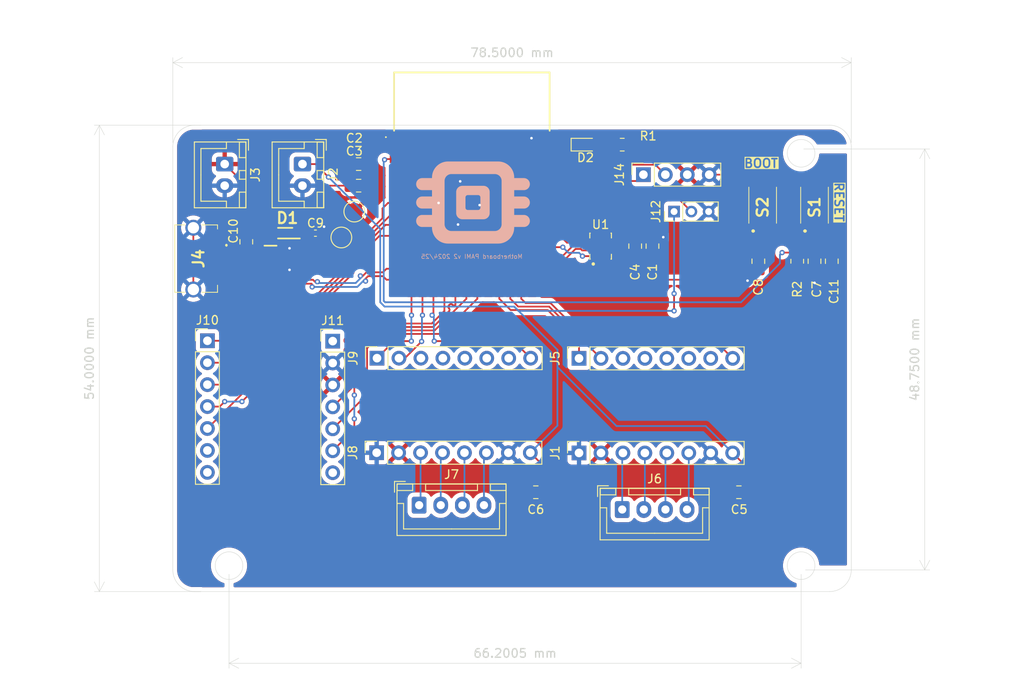
<source format=kicad_pcb>
(kicad_pcb (version 20241229) (generator "pcbnew") (generator_version "9.0")
  (layers (0 "F.Cu" signal) (2 "B.Cu" signal) (13 "F.Paste" user) (15 "B.Paste" user) (5 "F.SilkS" user "F.Silkscreen") (7 "B.SilkS" user "B.Silkscreen") (1 "F.Mask" user) (3 "B.Mask" user) (25 "Edge.Cuts" user))
  (net 0 "")
  (net 1 "+3.3V")
  (net 2 "GND")
  (net 3 "+5V")
  (net 4 "Enable_BTN")
  (net 5 "Boot_Button")
  (net 6 "5V_USB_micro")
  (net 7 "Net-(D2-A)")
  (net 8 "MOSI_LoRa")
  (net 9 "USB_D-")
  (net 10 "RS-SW_LoRa")
  (net 11 "RX_LiDAR")
  (net 12 "EN_Left")
  (net 13 "USB_D+")
  (net 14 "Data_servo")
  (net 15 "GPIO6")
  (net 16 "GPIO39")
  (net 17 "DIO1_LoRa")
  (net 18 "MOSI_IMU")
  (net 19 "GPIO2")
  (net 20 "DIR_Left")
  (net 21 "CLK_IMU")
  (net 22 "GPIO41")
  (net 23 "GPIO4")
  (net 24 "MISO_LoRa")
  (net 25 "Busy_LoRa")
  (net 26 "GPIO18")
  (net 27 "GPIO1")
  (net 28 "TX_LiDAR")
  (net 29 "GPIO40")
  (net 30 "GPIO5")
  (net 31 "STEP_Right")
  (net 32 "EN_Right")
  (net 33 "MISO_IMU")
  (net 34 "GPIO14")
  (net 35 "RST_LoRa")
  (net 36 "STEP_Left")
  (net 37 "DIR_Right")
  (net 38 "CLK_LoRa")
  (net 39 "GPIO45")
  (net 40 "GPIO8")
  (net 41 "SS_IMU")
  (net 42 "SS_LoRa")
  (net 45 "Net-(J1-Pin_6)")
  (net 46 "Net-(J1-Pin_5)")
  (net 47 "Net-(J1-Pin_3)")
  (net 48 "Net-(J1-Pin_4)")
  (net 55 "Net-(J7-Pin_2)")
  (net 56 "Net-(J7-Pin_4)")
  (net 57 "Net-(J7-Pin_3)")
  (net 58 "Net-(J7-Pin_1)")
  (footprint "Connector_JST:JST_XH_B4B-XH-A_1x04_P2.50mm_Vertical" (layer "F.Cu") (at 157.5 112)
    (property "Reference" "J7")
    (property "Value" "Conn_01x04_Pin")
  )
  (footprint "Capacitor_SMD:C_0805_2012Metric_Pad1.18x1.45mm_HandSolder" (layer "F.Cu") (at 196.75 83.75 90)
    (property "Reference" "C8")
    (property "Value" "0.1u")
  )
  (footprint "Capacitor_SMD:C_0805_2012Metric_Pad1.18x1.45mm_HandSolder" (layer "F.Cu") (at 171 110.5)
    (property "Reference" "C6")
    (property "Value" "100uF")
  )
  (footprint "Capacitor_SMD:C_0805_2012Metric_Pad1.18x1.45mm_HandSolder" (layer "F.Cu") (at 137.5 81.5 -90)
    (property "Reference" "C10")
    (property "Value" "2.2u")
  )
  (footprint "Capacitor_SMD:C_0805_2012Metric_Pad1.18x1.45mm_HandSolder" (layer "F.Cu") (at 150.5 72.5)
    (property "Reference" "C2")
    (property "Value" "0.1uF")
  )
  (footprint "Connector_PinSocket_2.54mm:PinSocket_1x08_P2.54mm_Vertical" (layer "F.Cu") (at 152.625 94.975 90)
    (property "Reference" "J9")
    (property "Value" "Conn_01x08_Socket")
  )
  (footprint "Connector_PinSocket_2.54mm:PinSocket_1x04_P2.54mm_Vertical" (layer "F.Cu") (at 183.45 73.725 90)
    (property "Reference" "J14")
    (property "Value" "LiDAR Connector")
  )
  (footprint "Capacitor_SMD:C_0805_2012Metric_Pad1.18x1.45mm_HandSolder" (layer "F.Cu") (at 205.25 83.75 90)
    (property "Reference" "C11")
    (property "Value" "1uF")
  )
  (footprint "Connector_PinSocket_2.54mm:PinSocket_1x08_P2.54mm_Vertical" (layer "F.Cu") (at 152.585 105.925 90)
    (property "Reference" "J8")
    (property "Value" "Conn_01x08_Socket")
  )
  (footprint "Connector_PinSocket_2.54mm:PinSocket_1x08_P2.54mm_Vertical" (layer "F.Cu") (at 176 105.95 90)
    (property "Reference" "J1")
    (property "Value" "Conn_01x08_Socket")
  )
  (footprint "Connector_PinHeader_2.00mm:PinHeader_1x03_P2.00mm_Vertical" (layer "F.Cu") (at 187 78 90)
    (property "Reference" "J12")
    (property "Value" "Conn_Servos")
  )
  (footprint "Connector_PinSocket_2.54mm:PinSocket_1x08_P2.54mm_Vertical" (layer "F.Cu") (at 176 95 90)
    (property "Reference" "J5")
    (property "Value" "Conn_01x08_Socket")
  )
  (footprint "Resistor_SMD:R_0805_2012Metric_Pad1.20x1.40mm_HandSolder" (layer "F.Cu") (at 201.25 83.75 -90)
    (property "Reference" "R2")
    (property "Value" "10k")
  )
  (footprint "Connector_JST:JST_XH_B2B-XH-A_1x02_P2.50mm_Vertical" (layer "F.Cu") (at 144 72.5 -90)
    (property "Reference" "J2")
    (property "Value" "Connector 5V")
  )
  (footprint "TestPoint:TestPoint_Pad_D2.0mm" (layer "F.Cu") (at 148.5 81)
    (property "Reference" "TP_5V_USB1" (hide yes))
    (property "Value" "TestPoint")
  )
  (footprint "KiCad:ESP32S3WROOM1N16R8" (layer "F.Cu") (at 163.6 74.64)
    (property "Reference" "IC1" (hide yes))
    (property "Value" "ESP32-S3-WROOM-1-N16R8" (hide yes))
  )
  (footprint "Capacitor_SMD:C_0805_2012Metric_Pad1.18x1.45mm_HandSolder" (layer "F.Cu") (at 203.25 83.75 90)
    (property "Reference" "C7")
    (property "Value" "0.1u")
  )
  (footprint "Capacitor_SMD:C_0805_2012Metric_Pad1.18x1.45mm_HandSolder" (layer "F.Cu") (at 150.5 75)
    (property "Reference" "C3")
    (property "Value" "10uF")
  )
  (footprint "Connector_PinHeader_2.54mm:PinHeader_1x07_P2.54mm_Vertical" (layer "F.Cu") (at 147.5 93)
    (property "Reference" "J11")
    (property "Value" "Conn_01x07_Socket")
  )
  (footprint "Connector_PinHeader_2.54mm:PinHeader_1x07_P2.54mm_Vertical" (layer "F.Cu") (at 133 92.96)
    (property "Reference" "J10")
    (property "Value" "Conn_01x07_Socket")
  )
  (footprint "Capacitor_SMD:C_0805_2012Metric_Pad1.18x1.45mm_HandSolder" (layer "F.Cu") (at 184.5 82 -90)
    (property "Reference" "C1")
    (property "Value" "0.1uF")
  )
  (footprint "BAT20JFILM:SOD2512X113N" (layer "F.Cu") (at 142 80.5 180)
    (property "Reference" "D1")
    (property "Value" "shottky_byass_4" (hide yes))
  )
  (footprint "Capacitor_SMD:C_0805_2012Metric_Pad1.18x1.45mm_HandSolder" (layer "F.Cu") (at 182.5 82 -90)
    (property "Reference" "C4")
    (property "Value" "0.1uF")
  )
  (footprint "Push_Button:PTS810SJG250SMTRLFS" (layer "F.Cu") (at 203.25 77.25 90)
    (property "Reference" "S1")
    (property "Value" "Enable Button" (hide yes))
  )
  (footprint "Capacitor_SMD:C_0402_1005Metric_Pad0.74x0.62mm_HandSolder" (layer "F.Cu") (at 145.5 80.5)
    (property "Reference" "C9")
    (property "Value" "1u")
  )
  (footprint "Capacitor_SMD:C_0805_2012Metric_Pad1.18x1.45mm_HandSolder" (layer "F.Cu") (at 194.5 110.5)
    (property "Reference" "C5")
    (property "Value" "100uF")
  )
  (footprint "ICM-45686:IC_ICM-45686" (layer "F.Cu") (at 178.5 82 90)
    (property "Reference" "U1")
    (property "Value" "ICM-45686")
  )
  (footprint "Connector_JST:JST_XH_B2B-XH-A_1x02_P2.50mm_Vertical" (layer "F.Cu") (at 135 72.5 -90)
    (property "Reference" "J3")
    (property "Value" "Connector 3.3V")
  )
  (footprint "USB3075-30-A:USB307530A" (layer "F.Cu") (at 131.3725 83.4475 -90)
    (property "Reference" "J4")
    (property "Value" "Micro_USB_pads_USB3075-30-A" (hide yes))
  )
  (footprint "Connector_JST:JST_XH_B4B-XH-A_1x04_P2.50mm_Vertical" (layer "F.Cu") (at 181 112.5)
    (property "Reference" "J6")
    (property "Value" "Conn_01x04_Pin")
  )
  (footprint "TLV76701DGNR:SOP65P490X110-9N" (layer "F.Cu") (at 142.5 83.5)
    (property "Reference" "IC2" (hide yes))
    (property "Value" "LDO_3.3V_bis" (hide yes))
  )
  (footprint "Resistor_SMD:R_0805_2012Metric_Pad1.20x1.40mm_HandSolder" (layer "F.Cu") (at 181 70.25 180)
    (property "Reference" "R1")
    (property "Value" "15")
  )
  (footprint "LED_SMD:LED_0603_1608Metric_Pad1.05x0.95mm_HandSolder" (layer "F.Cu") (at 176.75 70.25)
    (property "Reference" "D2")
    (property "Value" "LED_Small")
  )
  (footprint "TestPoint:TestPoint_Pad_D2.0mm" (layer "F.Cu") (at 150 78)
    (property "Reference" "TP_3.3V1" (hide yes))
    (property "Value" "TestPoint")
  )
  (footprint "Push_Button:PTS810SJG250SMTRLFS" (layer "F.Cu") (at 197.25 77.25 90)
    (property "Reference" "S2")
    (property "Value" "Boot Button" (hide yes))
  )
  (gr_poly (pts (xy 166.747531 72.202711) (xy 166.84136 72.209841) (xy 166.933825 72.221583) (xy 167.024809 72.23782) (xy 167.114196 72.258436) (xy 167.20187 72.283316) (xy 167.287716 72.312343) (xy 167.371617 72.345401) (xy 167.453456 72.382375) (xy 167.533119 72.423148) (xy 167.610489 72.467604) (xy 167.685449 72.515627) (xy 167.757885 72.567102) (xy 167.827679 72.621911) (xy 167.894716 72.67994) (xy 167.958879 72.741072) (xy 168.020053 72.80519) (xy 168.078121 72.87218) (xy 168.132968 72.941925) (xy 168.184477 73.014309) (xy 168.232532 73.089215) (xy 168.277018 73.166528) (xy 168.317817 73.246133) (xy 168.354815 73.327912) (xy 168.387895 73.411749) (xy 168.416941 73.49753) (xy 168.441836 73.585137) (xy 168.462465 73.674455) (xy 168.478713 73.765367) (xy 168.490461 73.857758) (xy 168.497596 73.951512) (xy 168.5 74.046512) (xy 168.5 74.12179) (xy 169.616343 74.12179) (xy 169.652281 74.122698) (xy 169.687747 74.125393) (xy 169.722697 74.129831) (xy 169.757087 74.135969) (xy 169.790873 74.143762) (xy 169.824013 74.153166) (xy 169.85646 74.164139) (xy 169.888173 74.176635) (xy 169.919107 74.190611) (xy 169.949217 74.206024) (xy 169.978461 74.222829) (xy 170.006794 74.240982) (xy 170.034173 74.26044) (xy 170.060554 74.281159) (xy 170.085892 74.303094) (xy 170.110144 74.326203) (xy 170.133266 74.350441) (xy 170.155214 74.375764) (xy 170.175945 74.402129) (xy 170.195414 74.429492) (xy 170.213577 74.457808) (xy 170.230391 74.487035) (xy 170.245813 74.517127) (xy 170.259797 74.548042) (xy 170.2723 74.579736) (xy 170.283278 74.612163) (xy 170.292688 74.645282) (xy 170.300485 74.679047) (xy 170.306626 74.713416) (xy 170.311067 74.748344) (xy 170.313763 74.783787) (xy 170.314672 74.819701) (xy 170.313763 74.855616) (xy 170.311067 74.891059) (xy 170.306626 74.925986) (xy 170.300485 74.960355) (xy 170.292688 74.99412) (xy 170.283278 75.027239) (xy 170.2723 75.059667) (xy 170.259797 75.09136) (xy 170.245813 75.122275) (xy 170.230391 75.152367) (xy 170.213577 75.181594) (xy 170.195414 75.20991) (xy 170.175945 75.237273) (xy 170.155214 75.263638) (xy 170.133266 75.288961) (xy 170.110144 75.313199) (xy 170.085892 75.336308) (xy 170.060554 75.358244) (xy 170.034173 75.378962) (xy 170.006794 75.39842) (xy 169.978461 75.416574) (xy 169.949217 75.433378) (xy 169.919107 75.448791) (xy 169.888173 75.462767) (xy 169.85646 75.475263) (xy 169.824013 75.486236) (xy 169.790873 75.49564) (xy 169.757087 75.503433) (xy 169.722697 75.509571) (xy 169.687747 75.514009) (xy 169.652281 75.516704) (xy 169.616343 75.517612) (xy 168.5 75.517612) (xy 168.5 76.25489) (xy 169.616343 76.25489) (xy 169.652281 76.255798) (xy 169.687747 76.258493) (xy 169.722697 76.262931) (xy 169.757087 76.269069) (xy 169.790873 76.276862) (xy 169.824013 76.286266) (xy 169.85646 76.297239) (xy 169.888173 76.309735) (xy 169.919107 76.323711) (xy 169.949217 76.339124) (xy 169.978461 76.355928) (xy 170.006794 76.374082) (xy 170.034173 76.39354) (xy 170.060554 76.414258) (xy 170.085892 76.436194) (xy 170.110144 76.459303) (xy 170.133266 76.483541) (xy 170.155214 76.508864) (xy 170.175945 76.535229) (xy 170.195414 76.562592) (xy 170.213577 76.590908) (xy 170.230391 76.620135) (xy 170.245813 76.650227) (xy 170.259797 76.681142) (xy 170.2723 76.712835) (xy 170.283278 76.745263) (xy 170.292688 76.778382) (xy 170.300485 76.812147) (xy 170.306626 76.846516) (xy 170.311067 76.881444) (xy 170.313763 76.916887) (xy 170.314672 76.952801) (xy 170.313763 76.988716) (xy 170.311067 77.024159) (xy 170.306626 77.059086) (xy 170.300485 77.093455) (xy 170.292688 77.12722) (xy 170.283278 77.160339) (xy 170.2723 77.192767) (xy 170.259797 77.22446) (xy 170.245813 77.255375) (xy 170.230391 77.285467) (xy 170.213577 77.314694) (xy 170.195414 77.34301) (xy 170.175945 77.370373) (xy 170.155214 77.396737) (xy 170.133266 77.422061) (xy 170.110144 77.446299) (xy 170.085892 77.469408) (xy 170.060554 77.491343) (xy 170.034173 77.512062) (xy 170.006794 77.53152) (xy 169.978461 77.549673) (xy 169.949217 77.566478) (xy 169.919107 77.58189) (xy 169.888173 77.595867) (xy 169.85646 77.608363) (xy 169.824013 77.619335) (xy 169.790873 77.62874) (xy 169.757087 77.636533) (xy 169.722697 77.64267) (xy 169.687747 77.647109) (xy 169.652281 77.649804) (xy 169.616343 77.650712) (xy 169.616343 77.65086) (xy 168.5 77.65086) (xy 168.5 78.388138) (xy 169.616343 78.388138) (xy 169.652281 78.389046) (xy 169.687747 78.391741) (xy 169.722697 78.396179) (xy 169.757087 78.402317) (xy 169.790873 78.41011) (xy 169.824013 78.419514) (xy 169.85646 78.430487) (xy 169.888173 78.442983) (xy 169.919107 78.456959) (xy 169.949217 78.472372) (xy 169.978461 78.489176) (xy 170.006794 78.50733) (xy 170.034173 78.526788) (xy 170.060554 78.547506) (xy 170.085892 78.569442) (xy 170.110144 78.592551) (xy 170.133266 78.616789) (xy 170.155214 78.642112) (xy 170.175945 78.668477) (xy 170.195414 78.69584) (xy 170.213577 78.724156) (xy 170.230391 78.753383) (xy 170.245813 78.783475) (xy 170.259797 78.81439) (xy 170.2723 78.846083) (xy 170.283278 78.878511) (xy 170.292688 78.91163) (xy 170.300485 78.945395) (xy 170.306626 78.979764) (xy 170.311067 79.014691) (xy 170.313763 79.050134) (xy 170.314672 79.086049) (xy 170.313763 79.121963) (xy 170.311067 79.157406) (xy 170.306626 79.192334) (xy 170.300485 79.226703) (xy 170.292688 79.260468) (xy 170.283278 79.293587) (xy 170.2723 79.326015) (xy 170.259797 79.357708) (xy 170.245813 79.388623) (xy 170.230391 79.418715) (xy 170.213577 79.447942) (xy 170.195414 79.476258) (xy 170.175945 79.503621) (xy 170.155214 79.529986) (xy 170.133266 79.555309) (xy 170.110144 79.579547) (xy 170.085892 79.602656) (xy 170.060554 79.624591) (xy 170.034173 79.64531) (xy 170.006794 79.664768) (xy 169.978461 79.682921) (xy 169.949217 79.699726) (xy 169.919107 79.715139) (xy 169.888173 79.729115) (xy 169.85646 79.741611) (xy 169.824013 79.752584) (xy 169.790873 79.761988) (xy 169.757087 79.769781) (xy 169.722697 79.775919) (xy 169.687747 79.780357) (xy 169.652281 79.783052) (xy 169.616343 79.78396) (xy 168.5 79.78396) (xy 168.5 79.859238) (xy 168.497596 79.954251) (xy 168.490461 80.048016) (xy 168.478713 80.140418) (xy 168.462465 80.231341) (xy 168.441836 80.320668) (xy 168.416941 80.408284) (xy 168.387895 80.494073) (xy 168.354815 80.577918) (xy 168.317817 80.659704) (xy 168.277018 80.739314) (xy 168.232532 80.816633) (xy 168.184477 80.891544) (xy 168.132968 80.963932) (xy 168.078121 81.033681) (xy 168.020053 81.100674) (xy 167.958879 81.164796) (xy 167.894716 81.22593) (xy 167.827679 81.283961) (xy 167.757885 81.338772) (xy 167.685449 81.390248) (xy 167.610489 81.438273) (xy 167.533119 81.48273) (xy 167.453456 81.523503) (xy 167.371617 81.560478) (xy 167.287716 81.593536) (xy 167.20187 81.622564) (xy 167.114196 81.647443) (xy 167.024809 81.66806) (xy 166.933825 81.684296) (xy 166.84136 81.696038) (xy 166.747531 81.703168) (xy 166.652454 81.70557) (xy 160.836237 81.70557) (xy 160.74116 81.703168) (xy 160.647332 81.696038) (xy 160.554867 81.684296) (xy 160.463883 81.66806) (xy 160.374495 81.647443) (xy 160.28682 81.622564) (xy 160.200973 81.593536) (xy 160.117071 81.560478) (xy 160.03523 81.523503) (xy 159.955565 81.48273) (xy 159.878194 81.438273) (xy 159.803231 81.390248) (xy 159.730793 81.338772) (xy 159.660997 81.283961) (xy 159.593958 81.22593) (xy 159.529792 81.164796) (xy 159.468616 81.100674) (xy 159.410545 81.033681) (xy 159.355696 80.963932) (xy 159.304185 80.891544) (xy 159.256127 80.816633) (xy 159.211639 80.739314) (xy 159.170838 80.659704) (xy 159.133838 80.577918) (xy 159.100756 80.494073) (xy 159.071709 80.408284) (xy 159.046812 80.320668) (xy 159.026181 80.231341) (xy 159.009933 80.140418) (xy 158.998184 80.048016) (xy 158.991049 79.954251) (xy 158.988645 79.859238) (xy 158.988645 79.78396) (xy 157.852092 79.78396) (xy 157.816153 79.783052) (xy 157.780686 79.780357) (xy 157.745735 79.775919) (xy 157.711344 79.769781) (xy 157.677555 79.761988) (xy 157.644414 79.752584) (xy 157.611965 79.741611) (xy 157.58025 79.729115) (xy 157.549315 79.715139) (xy 157.519202 79.699726) (xy 157.489956 79.682921) (xy 157.46162 79.664768) (xy 157.434239 79.64531) (xy 157.407856 79.624591) (xy 157.382516 79.602656) (xy 157.358262 79.579547) (xy 157.335137 79.555309) (xy 157.313187 79.529986) (xy 157.292454 79.503621) (xy 157.272983 79.476258) (xy 157.254818 79.447942) (xy 157.238001 79.418715) (xy 157.222579 79.388623) (xy 157.208593 79.357708) (xy 157.196088 79.326015) (xy 157.185109 79.293587) (xy 157.175698 79.260468) (xy 157.167899 79.226703) (xy 157.161758 79.192334) (xy 157.157316 79.157406) (xy 157.154619 79.121963) (xy 157.153711 79.086049) (xy 157.154619 79.050134) (xy 157.157316 79.014691) (xy 157.161758 78.979764) (xy 157.167899 78.945395) (xy 157.175698 78.91163) (xy 157.185109 78.878511) (xy 157.196088 78.846083) (xy 157.208593 78.81439) (xy 157.222579 78.783475) (xy 157.238001 78.753383) (xy 157.254818 78.724156) (xy 157.272983 78.69584) (xy 157.292454 78.668477) (xy 157.313187 78.642112) (xy 157.335137 78.616789) (xy 157.358262 78.592551) (xy 157.382516 78.569442) (xy 157.407856 78.547506) (xy 157.434239 78.526788) (xy 157.46162 78.50733) (xy 157.489956 78.489176) (xy 157.519202 78.472372) (xy 157.549315 78.456959) (xy 157.58025 78.442983) (xy 157.611965 78.430487) (xy 157.644414 78.419514) (xy 157.677555 78.41011) (xy 157.711344 78.402317) (xy 157.745735 78.396179) (xy 157.780686 78.391741) (xy 157.816153 78.389046) (xy 157.852092 78.388138) (xy 158.988645 78.388138) (xy 158.988645 77.65086) (xy 157.852092 77.65086) (xy 157.816153 77.649952) (xy 157.780686 77.647257) (xy 157.745735 77.642819) (xy 157.711344 77.636681) (xy 157.677555 77.628888) (xy 157.644414 77.619484) (xy 157.611965 77.608511) (xy 157.58025 77.596015) (xy 157.549315 77.582039) (xy 157.519202 77.566626) (xy 157.489956 77.549822) (xy 157.46162 77.531668) (xy 157.434239 77.51221) (xy 157.407856 77.491491) (xy 157.382516 77.469556) (xy 157.358262 77.446447) (xy 157.335137 77.422209) (xy 157.313187 77.396886) (xy 157.292454 77.370521) (xy 157.272983 77.343158) (xy 157.254818 77.314842) (xy 157.238001 77.285615) (xy 157.222579 77.255523) (xy 157.208593 77.224608) (xy 157.196088 77.192915) (xy 157.185109 77.160487) (xy 157.175698 77.127368) (xy 157.167899 77.093603) (xy 157.161758 77.059234) (xy 157.157316 77.024307) (xy 157.154619 76.988864) (xy 157.153711 76.952949) (xy 157.154619 76.917035) (xy 157.157316 76.881592) (xy 157.161758 76.846664) (xy 157.167899 76.812295) (xy 157.175698 76.77853) (xy 157.185109 76.745411) (xy 157.196088 76.712984) (xy 157.208593 76.68129) (xy 157.222579 76.650375) (xy 157.238001 76.620283) (xy 157.254818 76.591056) (xy 157.272983 76.56274) (xy 157.292454 76.535377) (xy 157.313187 76.509012) (xy 157.335137 76.483689) (xy 157.358262 76.459451) (xy 157.382516 76.436342) (xy 157.407856 76.414406) (xy 157.434239 76.393688) (xy 157.46162 76.37423) (xy 157.489956 76.356076) (xy 157.519202 76.339272) (xy 157.549315 76.323859) (xy 157.58025 76.309883) (xy 157.611965 76.297387) (xy 157.644414 76.286414) (xy 157.677555 76.27701) (xy 157.711344 76.269217) (xy 157.745735 76.263079) (xy 157.780686 76.258641) (xy 157.816153 76.255946) (xy 157.852092 76.255038) (xy 158.988645 76.255038) (xy 158.988645 75.51776) (xy 157.852092 75.51776) (xy 157.816153 75.516852) (xy 157.780686 75.514157) (xy 157.745735 75.509719) (xy 157.711344 75.503581) (xy 157.677555 75.495788) (xy 157.644414 75.486384) (xy 157.611965 75.475411) (xy 157.58025 75.462915) (xy 157.549315 75.448939) (xy 157.519202 75.433526) (xy 157.489956 75.416722) (xy 157.46162 75.398568) (xy 157.434239 75.37911) (xy 157.407856 75.358392) (xy 157.382516 75.336456) (xy 157.358262 75.313347) (xy 157.335137 75.289109) (xy 157.313187 75.263786) (xy 157.292454 75.237421) (xy 157.272983 75.210058) (xy 157.254818 75.181742) (xy 157.238001 75.152515) (xy 157.222579 75.122423) (xy 157.208593 75.091508) (xy 157.196088 75.059815) (xy 157.185109 75.027387) (xy 157.175698 74.994268) (xy 157.167899 74.960503) (xy 157.161758 74.926134) (xy 157.157316 74.891207) (xy 157.154619 74.855764) (xy 157.153711 74.819849) (xy 157.154619 74.783935) (xy 157.157316 74.748492) (xy 157.161758 74.713564) (xy 157.167899 74.679196) (xy 157.175698 74.64543) (xy 157.185109 74.612312) (xy 157.196088 74.579884) (xy 157.208593 74.54819) (xy 157.222579 74.517276) (xy 157.238001 74.487183) (xy 157.254818 74.457957) (xy 157.261819 74.447043) (xy 160.445067 74.447043) (xy 160.445067 79.458707) (xy 160.446098 79.499427) (xy 160.449155 79.539612) (xy 160.454191 79.579213) (xy 160.461154 79.61818) (xy 160.469996 79.656463) (xy 160.480666 79.694013) (xy 160.493115 79.730779) (xy 160.507292 79.766713) (xy 160.523149 79.801764) (xy 160.540636 79.835883) (xy 160.559702 79.86902) (xy 160.580298 79.901125) (xy 160.602374 79.932149) (xy 160.625881 79.962042) (xy 160.650768 79.990754) (xy 160.676986 80.018235) (xy 160.704486 80.044436) (xy 160.733217 80.069306) (xy 160.76313 80.092797) (xy 160.794175 80.114859) (xy 160.826302 80.135441) (xy 160.859461 80.154495) (xy 160.893604 80.171969) (xy 160.928679 80.187816) (xy 160.964637 80.201984) (xy 161.001429 80.214425) (xy 161.039005 80.225088) (xy 161.077314 80.233923) (xy 161.116308 80.240882) (xy 161.155937 80.245914) (xy 161.19615 80.24897) (xy 161.236898 80.25) (xy 166.251923 80.25) (xy 166.292668 80.24897) (xy 166.332879 80.245914) (xy 166.372505 80.240882) (xy 166.411496 80.233923) (xy 166.449804 80.225088) (xy 166.487377 80.214425) (xy 166.524167 80.201984) (xy 166.560123 80.187816) (xy 166.595196 80.171969) (xy 166.629336 80.154495) (xy 166.662494 80.135441) (xy 166.694619 80.114859) (xy 166.725662 80.092797) (xy 166.755573 80.069306) (xy 166.784303 80.044436) (xy 166.811801 80.018235) (xy 166.838018 79.990754) (xy 166.862904 79.962042) (xy 166.886409 79.932149) (xy 166.908484 79.901125) (xy 166.929079 79.86902) (xy 166.948144 79.835883) (xy 166.965629 79.801764) (xy 166.981485 79.766713) (xy 166.995662 79.730779) (xy 167.00811 79.694013) (xy 167.01878 79.656463) (xy 167.027621 79.61818) (xy 167.034584 79.579213) (xy 167.039619 79.539612) (xy 167.042677 79.499427) (xy 167.043707 79.458707) (xy 167.043707 74.447043) (xy 167.042677 74.406324) (xy 167.039619 74.366139) (xy 167.034584 74.326538) (xy 167.027621 74.287571) (xy 167.01878 74.249287) (xy 167.00811 74.211738) (xy 166.995662 74.174971) (xy 166.981485 74.139037) (xy 166.965629 74.103986) (xy 166.948144 74.069867) (xy 166.929079 74.03673) (xy 166.908484 74.004625) (xy 166.886409 73.973601) (xy 166.862904 73.943708) (xy 166.838018 73.914996) (xy 166.811801 73.887515) (xy 166.784303 73.861314) (xy 166.755573 73.836444) (xy 166.725662 73.812953) (xy 166.694619 73.790891) (xy 166.662494 73.770309) (xy 166.629336 73.751255) (xy 166.595196 73.73378) (xy 166.560123 73.717934) (xy 166.524167 73.703766) (xy 166.487377 73.691325) (xy 166.449804 73.680662) (xy 166.411496 73.671826) (xy 166.372505 73.664868) (xy 166.332879 73.659835) (xy 166.292668 73.65678) (xy 166.251923 73.65575) (xy 161.236898 73.65575) (xy 161.19615 73.65678) (xy 161.155937 73.659835) (xy 161.116308 73.664868) (xy 161.077314 73.671826) (xy 161.039005 73.680662) (xy 161.001429 73.691325) (xy 160.964637 73.703766) (xy 160.928679 73.717934) (xy 160.893604 73.73378) (xy 160.859461 73.751255) (xy 160.826302 73.770309) (xy 160.794175 73.790891) (xy 160.76313 73.812953) (xy 160.733217 73.836444) (xy 160.704486 73.861314) (xy 160.676986 73.887515) (xy 160.650768 73.914996) (xy 160.625881 73.943708) (xy 160.602374 73.973601) (xy 160.580298 74.004625) (xy 160.559702 74.03673) (xy 160.540636 74.069867) (xy 160.523149 74.103986) (xy 160.507292 74.139037) (xy 160.493115 74.174971) (xy 160.480666 74.211738) (xy 160.469996 74.249287) (xy 160.461154 74.287571) (xy 160.454191 74.326538) (xy 160.449155 74.366139) (xy 160.446098 74.406324) (xy 160.445067 74.447043) (xy 157.261819 74.447043) (xy 157.272983 74.42964) (xy 157.292454 74.402278) (xy 157.313187 74.375913) (xy 157.335137 74.350589) (xy 157.358262 74.326351) (xy 157.382516 74.303242) (xy 157.407856 74.281307) (xy 157.434239 74.260588) (xy 157.46162 74.24113) (xy 157.489956 74.222977) (xy 157.519202 74.206172) (xy 157.549315 74.190759) (xy 157.58025 74.176783) (xy 157.611965 74.164287) (xy 157.644414 74.153315) (xy 157.677555 74.14391) (xy 157.711344 74.136117) (xy 157.745735 74.129979) (xy 157.780686 74.125541) (xy 157.816153 74.122846) (xy 157.852092 74.121938) (xy 158.988645 74.121938) (xy 158.988645 74.04666) (xy 158.991049 73.951646) (xy 158.998184 73.85788) (xy 159.009933 73.765477) (xy 159.026181 73.674554) (xy 159.046812 73.585226) (xy 159.071709 73.497609) (xy 159.100756 73.41182) (xy 159.133838 73.327974) (xy 159.170838 73.246188) (xy 159.211639 73.166577) (xy 159.256127 73.089257) (xy 159.304185 73.014345) (xy 159.355696 72.941956) (xy 159.410545 72.872207) (xy 159.468616 72.805213) (xy 159.529792 72.74109) (xy 159.593958 72.679955) (xy 159.660997 72.621924) (xy 159.730793 72.567112) (xy 159.803231 72.515635) (xy 159.878194 72.46761) (xy 159.955565 72.423152) (xy 160.03523 72.382378) (xy 160.117071 72.345403) (xy 160.200973 72.312344) (xy 160.28682 72.283317) (xy 160.374495 72.258437) (xy 160.463883 72.23782) (xy 160.554867 72.221583) (xy 160.647332 72.209841) (xy 160.74116 72.202711) (xy 160.836237 72.200309) (xy 166.652454 72.200309)) (fill yes) (layer "B.SilkS"))
  (gr_poly (pts (xy 164.9784 75.016164) (xy 165.015044 75.018948) (xy 165.051157 75.023533) (xy 165.086692 75.029874) (xy 165.121604 75.037926) (xy 165.155848 75.047642) (xy 165.189378 75.058978) (xy 165.222148 75.071889) (xy 165.254115 75.086329) (xy 165.285232 75.102253) (xy 165.315453 75.119616) (xy 165.344734 75.138372) (xy 165.373029 75.158477) (xy 165.400292 75.179884) (xy 165.426479 75.202549) (xy 165.451544 75.226427) (xy 165.475441 75.251471) (xy 165.498125 75.277638) (xy 165.519552 75.304881) (xy 165.539674 75.333155) (xy 165.558448 75.362415) (xy 165.575827 75.392616) (xy 165.591766 75.423713) (xy 165.60622 75.455659) (xy 165.619144 75.488411) (xy 165.630491 75.521922) (xy 165.640218 75.556148) (xy 165.648277 75.591043) (xy 165.654625 75.626562) (xy 165.659215 75.662659) (xy 165.662003 75.69929) (xy 165.662942 75.736408) (xy 165.662942 78.169194) (xy 165.662003 78.206312) (xy 165.659217 78.242943) (xy 165.654628 78.27904) (xy 165.648283 78.314559) (xy 165.640226 78.349454) (xy 165.630503 78.38368) (xy 165.619159 78.417191) (xy 165.606239 78.449943) (xy 165.59179 78.481889) (xy 165.575855 78.512986) (xy 165.55848 78.543187) (xy 165.539711 78.572447) (xy 165.519592 78.600721) (xy 165.49817 78.627964) (xy 165.47549 78.654131) (xy 165.451596 78.679175) (xy 165.426534 78.703053) (xy 165.40035 78.725718) (xy 165.373089 78.747125) (xy 165.344795 78.76723) (xy 165.315515 78.785986) (xy 165.285293 78.803349) (xy 165.254176 78.819273) (xy 165.222207 78.833713) (xy 165.189433 78.846623) (xy 165.155899 78.85796) (xy 165.12165 78.867676) (xy 165.086732 78.875727) (xy 165.051189 78.882068) (xy 165.015067 78.886654) (xy 164.978412 78.889438) (xy 164.941268 78.890376) (xy 162.506862 78.890376) (xy 162.469731 78.889438) (xy 162.433086 78.886654) (xy 162.396974 78.882068) (xy 162.361439 78.875727) (xy 162.326527 78.867676) (xy 162.292283 78.85796) (xy 162.258753 78.846623) (xy 162.225982 78.833713) (xy 162.194016 78.819273) (xy 162.162899 78.803349) (xy 162.132678 78.785986) (xy 162.103397 78.76723) (xy 162.075102 78.747125) (xy 162.047838 78.725718) (xy 162.021652 78.703053) (xy 161.996587 78.679175) (xy 161.97269 78.654131) (xy 161.950005 78.627964) (xy 161.928579 78.600721) (xy 161.908457 78.572447) (xy 161.889683 78.543187) (xy 161.872304 78.512986) (xy 161.856365 78.481889) (xy 161.841911 78.449943) (xy 161.828987 78.417191) (xy 161.81764 78.38368) (xy 161.807913 78.349454) (xy 161.799854 78.314559) (xy 161.793506 78.27904) (xy 161.788916 78.242943) (xy 161.786128 78.206312) (xy 161.785189 78.169194) (xy 161.785189 76.355023) (xy 162.861943 76.355023) (xy 162.861943 77.550579) (xy 162.862287 77.564153) (xy 162.863306 77.577548) (xy 162.864984 77.590749) (xy 162.867306 77.603738) (xy 162.870253 77.616499) (xy 162.87381 77.629016) (xy 162.877959 77.641271) (xy 162.882685 77.653249) (xy 162.887971 77.664933) (xy 162.8938 77.676306) (xy 162.900155 77.687352) (xy 162.907021 77.698054) (xy 162.91438 77.708395) (xy 162.922215 77.718359) (xy 162.930511 77.727929) (xy 162.939251 77.73709) (xy 162.948417 77.745823) (xy 162.957994 77.754113) (xy 162.967965 77.761944) (xy 162.978313 77.769297) (xy 162.989022 77.776158) (xy 163.000075 77.782509) (xy 163.011456 77.788334) (xy 163.023147 77.793616) (xy 163.035133 77.798339) (xy 163.047397 77.802485) (xy 163.059922 77.80604) (xy 163.072691 77.808985) (xy 163.085689 77.811304) (xy 163.098898 77.812982) (xy 163.112302 77.814) (xy 163.125884 77.814344) (xy 164.322246 77.814344) (xy 164.335829 77.814) (xy 164.349232 77.812982) (xy 164.362441 77.811304) (xy 164.375439 77.808985) (xy 164.388209 77.80604) (xy 164.400733 77.802485) (xy 164.412997 77.798339) (xy 164.424983 77.793616) (xy 164.436675 77.788334) (xy 164.448055 77.782509) (xy 164.459108 77.776158) (xy 164.469817 77.769297) (xy 164.480165 77.761944) (xy 164.490136 77.754113) (xy 164.499713 77.745823) (xy 164.50888 77.73709) (xy 164.517619 77.727929) (xy 164.525915 77.718359) (xy 164.533751 77.708395) (xy 164.541109 77.698054) (xy 164.547975 77.687352) (xy 164.55433 77.676306) (xy 164.560159 77.664933) (xy 164.565445 77.653249) (xy 164.570171 77.641271) (xy 164.57432 77.629016) (xy 164.577877 77.616499) (xy 164.580824 77.603738) (xy 164.583145 77.590749) (xy 164.584824 77.577548) (xy 164.585843 77.564153) (xy 164.586187 77.550579) (xy 164.586187 76.355023) (xy 164.585843 76.341449) (xy 164.584824 76.328054) (xy 164.583145 76.314853) (xy 164.580824 76.301864) (xy 164.577877 76.289103) (xy 164.57432 76.276586) (xy 164.570171 76.26433) (xy 164.565445 76.252352) (xy 164.560159 76.240669) (xy 164.55433 76.229296) (xy 164.547975 76.21825) (xy 164.541109 76.207548) (xy 164.533751 76.197207) (xy 164.525915 76.187243) (xy 164.517619 76.177672) (xy 164.50888 76.168512) (xy 164.499713 76.159778) (xy 164.490136 76.151488) (xy 164.480165 76.143658) (xy 164.469817 76.136304) (xy 164.459108 76.129444) (xy 164.448055 76.123093) (xy 164.436675 76.117268) (xy 164.424983 76.111986) (xy 164.412997 76.107263) (xy 164.400733 76.103116) (xy 164.388209 76.099562) (xy 164.375439 76.096617) (xy 164.362441 76.094297) (xy 164.349232 76.09262) (xy 164.335829 76.091601) (xy 164.322246 76.091258) (xy 163.125884 76.091258) (xy 163.112302 76.091601) (xy 163.098898 76.09262) (xy 163.085689 76.094297) (xy 163.072691 76.096617) (xy 163.059922 76.099562) (xy 163.047397 76.103116) (xy 163.035133 76.107263) (xy 163.023147 76.111986) (xy 163.011456 76.117268) (xy 163.000075 76.123093) (xy 162.989022 76.129444) (xy 162.978313 76.136304) (xy 162.967965 76.143658) (xy 162.957994 76.151488) (xy 162.948417 76.159778) (xy 162.939251 76.168512) (xy 162.930511 76.177672) (xy 162.922215 76.187243) (xy 162.91438 76.197207) (xy 162.907021 76.207548) (xy 162.900155 76.21825) (xy 162.8938 76.229296) (xy 162.887971 76.240669) (xy 162.882685 76.252352) (xy 162.877959 76.26433) (xy 162.87381 76.276586) (xy 162.870253 76.289103) (xy 162.867306 76.301864) (xy 162.864984 76.314853) (xy 162.863306 76.328054) (xy 162.862287 76.341449) (xy 162.861943 76.355023) (xy 161.785189 76.355023) (xy 161.785189 75.736408) (xy 161.786128 75.699303) (xy 161.788914 75.662684) (xy 161.793503 75.626596) (xy 161.799848 75.591086) (xy 161.807905 75.556198) (xy 161.817628 75.521978) (xy 161.828972 75.48847) (xy 161.841891 75.455722) (xy 161.856341 75.423777) (xy 161.872276 75.392682) (xy 161.889651 75.362481) (xy 161.90842 75.33322) (xy 161.928538 75.304944) (xy 161.94996 75.277699) (xy 161.972641 75.25153) (xy 161.996535 75.226482) (xy 162.021596 75.202601) (xy 162.047781 75.179932) (xy 162.075042 75.15852) (xy 162.103336 75.138411) (xy 162.132616 75.11965) (xy 162.162837 75.102283) (xy 162.193955 75.086354) (xy 162.225923 75.07191) (xy 162.258697 75.058995) (xy 162.292231 75.047655) (xy 162.32648 75.037935) (xy 162.361399 75.02988) (xy 162.396942 75.023537) (xy 162.433063 75.01895) (xy 162.469719 75.016164) (xy 162.506862 75.015225) (xy 164.941268 75.015225)) (fill yes) (layer "B.SilkS"))
  (gr_circle (center 201.7005 71.25) (end 203.3005 71.25) (stroke (width 0.05)) (fill no) (layer "Edge.Cuts"))
  (gr_arc (start 207.5 119.5) (mid 206.767767 121.267767) (end 205 122) (stroke (width 0.05)) (layer "Edge.Cuts"))
  (gr_line (start 129 119.5) (end 129 70.5) (stroke (width 0.05)) (layer "Edge.Cuts"))
  (gr_line (start 131.5 68) (end 205 68) (stroke (width 0.05)) (layer "Edge.Cuts"))
  (gr_circle (center 135.5 119) (end 137.1 119) (stroke (width 0.05)) (fill no) (layer "Edge.Cuts"))
  (gr_line (start 207.5 70.5) (end 207.5 119.5) (stroke (width 0.05)) (layer "Edge.Cuts"))
  (gr_arc (start 131.5 122) (mid 129.732233 121.267767) (end 129 119.5) (stroke (width 0.05)) (layer "Edge.Cuts"))
  (gr_arc (start 205 68) (mid 206.767767 68.732233) (end 207.5 70.5) (stroke (width 0.05)) (layer "Edge.Cuts"))
  (gr_circle (center 201.7005 119) (end 203.3005 119) (stroke (width 0.05)) (fill no) (layer "Edge.Cuts"))
  (gr_arc (start 129 70.5) (mid 129.732233 68.732233) (end 131.5 68) (stroke (width 0.05)) (layer "Edge.Cuts"))
  (gr_line (start 205 122) (end 131.5 122) (stroke (width 0.05)) (layer "Edge.Cuts"))
  (gr_text "BOOT" (at 195 73 0) (layer "F.SilkS" knockout) (effects (font (size 1 1) (thickness 0.2) (bold yes)) (justify left bottom)))
  (gr_text "RESET" (at 205.5 74.5 270) (layer "F.SilkS" knockout) (effects (font (size 1 1) (thickness 0.2) (bold yes)) (justify left bottom)))
  (gr_text "Motherboard PAMI v2 2024/25" (at 169.5 83.5 0) (layer "B.SilkS") (effects (font (size 0.5 0.5) (thickness 0.0625)) (justify left bottom mirror)))
  (dimension (type orthogonal) (layer "Edge.Cuts") (pts (xy 135.5 119.5) (xy 201.7005 119.5)) (height 10.8) (orientation 0) (format (prefix "") (suffix "") (units 3) (units_format 1) (precision 4)) (style (thickness 0.05) (arrow_length 1.27) (text_position_mode 0) (arrow_direction outward) (extension_height 0.58642) (extension_offset 0.5) (keep_text_aligned yes)) (gr_text "66,2005 mm" (at 168.60025 129.15 0) (layer "Edge.Cuts") (effects (font (size 1 1) (thickness 0.15)))))
  (dimension (type orthogonal) (layer "Edge.Cuts") (pts (xy 201.7005 119.5) (xy 201.5 70.75)) (height 14.2995) (orientation 1) (format (prefix "") (suffix "") (units 3) (units_format 1) (precision 4)) (style (thickness 0.05) (arrow_length 1.27) (text_position_mode 0) (arrow_direction outward) (extension_height 0.58642) (extension_offset 0.5) (keep_text_aligned yes)) (gr_text "48,7500 mm" (at 214.85 95.125 90) (layer "Edge.Cuts") (effects (font (size 1 1) (thickness 0.15)))))
  (dimension (type orthogonal) (layer "Edge.Cuts") (pts (xy 129 70.5) (xy 207.5 70.5)) (height -9.75) (orientation 0) (format (prefix "") (suffix "") (units 3) (units_format 1) (precision 4)) (style (thickness 0.05) (arrow_length 1.27) (text_position_mode 0) (arrow_direction outward) (extension_height 0.58642) (extension_offset 0.5) (keep_text_aligned yes)) (gr_text "78,5000 mm" (at 168.25 59.6 0) (layer "Edge.Cuts") (effects (font (size 1 1) (thickness 0.15)))))
  (dimension (type orthogonal) (layer "Edge.Cuts") (pts (xy 132.75 122) (xy 132.75 68)) (height -12.25) (orientation 1) (format (prefix "") (suffix "") (units 3) (units_format 1) (precision 4)) (style (thickness 0.05) (arrow_length 1.27) (text_position_mode 0) (arrow_direction outward) (extension_height 0.58642) (extension_offset 0.5) (keep_text_aligned yes)) (gr_text "54,0000 mm" (at 119.35 95 90) (layer "Edge.Cuts") (effects (font (size 1 1) (thickness 0.15)))))
  (segment (start 151.5375 76.4625) (end 150 78) (width 0.2) (layer "F.Cu") (net 1))
  (segment (start 137.5 80.4625) (end 140.8225 80.4625) (width 0.2) (layer "F.Cu") (net 1))
  (segment (start 185.055 70.25) (end 188.53 73.725) (width 0.2) (layer "F.Cu") (net 1))
  (segment (start 182.5 83.5) (end 182.5 83.0375) (width 0.2) (layer "F.Cu") (net 1))
  (segment (start 184.5 83.0375) (end 185.48125 83.0375) (width 0.2) (layer "F.Cu") (net 1))
  (segment (start 140.86 81.965) (end 140.3 82.525) (width 0.2) (layer "F.Cu") (net 1))
  (segment (start 151.5375 75) (end 151.5375 72.5) (width 0.2) (layer "F.Cu") (net 1))
  (segment (start 140.8225 80.4625) (end 140.86 80.5) (width 0.2) (layer "F.Cu") (net 1))
  (segment (start 137.5 78.5) (end 137.5 75) (width 0.2) (layer "F.Cu") (net 1))
  (segment (start 186.5 80) (end 180.0875 80) (width 0.2) (layer "F.Cu") (net 1))
  (segment (start 180.0875 80) (end 179.25 80.8375) (width 0.2) (layer "F.Cu") (net 1))
  (segment (start 142.36 79) (end 149.524 79) (width 0.2) (layer "F.Cu") (net 1))
  (segment (start 137.5 80.4625) (end 137.5 78.5) (width 0.2) (layer "F.Cu") (net 1))
  (segment (start 150 78) (end 150 78.524) (width 0.2) (layer "F.Cu") (net 1))
  (segment (start 153.3875 70.65) (end 154.85 70.65) (width 0.2) (layer "F.Cu") (net 1))
  (segment (start 151.5375 75) (end 151.5375 76.4625) (width 0.2) (layer "F.Cu") (net 1))
  (segment (start 179.95 83.0375) (end 179.4125 82.5) (width 0.2) (layer "F.Cu") (net 1))
  (segment (start 182.5 83.0375) (end 184.5 83.0375) (width 0.2) (layer "F.Cu") (net 1))
  (segment (start 150 78.524) (end 149.524 79) (width 0.2) (layer "F.Cu") (net 1))
  (segment (start 182.5 83.0375) (end 179.95 83.0375) (width 0.2) (layer "F.Cu") (net 1))
  (segment (start 140.86 80.5) (end 142.36 79) (width 0.2) (layer "F.Cu") (net 1))
  (segment (start 137.5 75) (end 135 72.5) (width 0.2) (layer "F.Cu") (net 1))
  (segment (start 140.3 83.175) (end 140.3 82.525) (width 0.2) (layer "F.Cu") (net 1))
  (segment (start 151.5375 72.5) (end 153.3875 70.65) (width 0.2) (layer "F.Cu") (net 1))
  (segment (start 140.86 80.5) (end 140.86 81.965) (width 0.2) (layer "F.Cu") (net 1))
  (segment (start 182 70.25) (end 185.055 70.25) (width 0.2) (layer "F.Cu") (net 1))
  (segment (start 185.48125 83.0375) (end 186.5 82.01875) (width 0.2) (layer "F.Cu") (net 1))
  (segment (start 186.5 82.01875) (end 186.5 80) (width 0.2) (layer "F.Cu") (net 1))
  (segment (start 160.7 77.1) (end 159.85 77.1) (width 0.2) (layer "F.Cu") (net 2))
  (segment (start 163.5 75.7) (end 163.5 77.1) (width 0.2) (layer "F.Cu") (net 2))
  (segment (start 137.5 82.5375) (end 139.4375 84.475) (width 0.2) (layer "F.Cu") (net 2))
  (segment (start 182.5 80.9625) (end 184.5 80.9625) (width 0.2) (layer "F.Cu") (net 2))
  (segment (start 131.3725 84.5725) (end 131.3725 82.3225) (width 0.2) (layer "F.Cu") (net 2))
  (segment (start 159.85 77.1) (end 159.75 77) (width 0.2) (layer "F.Cu") (net 2))
  (segment (start 149.4625 72.5) (end 149.4625 75) (width 0.2) (layer "F.Cu") (net 2))
  (segment (start 172.35 69.38) (end 170.62 69.38) (width 0.2) (layer "F.Cu") (net 2))
  (segment (start 162.1 75.7) (end 162.1 77.1) (width 0.2) (layer "F.Cu") (net 2))
  (segment (start 199.5 74) (end 198.325 75.175) (width 0.2) (layer "F.Cu") (net 2))
  (segment (start 144.7 83.825) (end 142.825 83.825) (width 0.2) (layer "F.Cu") (net 2))
  (segment (start 146.0675 80.1825) (end 146.5 79.75) (width 0.2) (layer "F.Cu") (net 2))
  (segment (start 131.3725 87.0225) (end 131.3725 84.5725) (width 0.2) (layer "F.Cu") (net 2))
  (segment (start 131.3725 79.8725) (end 132.6275 81.1275) (width 0.2) (layer "F.Cu") (net 2))
  (segment (start 196.875 73.725) (end 191.07 73.725) (width 0.2) (layer "F.Cu") (net 2))
  (segment (start 133.6025 85.1675) (end 134.0225 84.7475) (width 0.2) (layer "F.Cu") (net 2))
  (segment (start 160.7 77.1) (end 160.7 75.7) (width 0.2) (layer "F.Cu") (net 2))
  (segment (start 142.5 83.5) (end 141.525 84.475) (width 0.2) (layer "F.Cu") (net 2))
  (segment (start 175.005 69.38) (end 172.35 69.38) (width 0.2) (layer "F.Cu") (net 2))
  (segment (start 160.7 77.1) (end 162.1 77.1) (width 0.2) (layer "F.Cu") (net 2))
  (segment (start 152.5825 69.38) (end 154.85 69.38) (width 0.2) (layer "F.Cu") (net 2))
  (segment (start 191.07 77.93) (end 191 78) (width 0.2) (layer "F.Cu") (net 2))
  (segment (start 142.825 83.825) (end 142.5 83.5) (width 0.2) (layer "F.Cu") (net 2))
  (segment (start 149.4625 72.5) (end 152.5825 69.38) (width 0.2) (layer "F.Cu") (net 2))
  (segment (start 134.27 85.7675) (end 133.6025 85.7675) (width 0.2) (layer "F.Cu") (net 2))
  (segment (start 131.3725 87.0225) (end 132.6275 85.7675) (width 0.2) (layer "F.Cu") (net 2))
  (segment (start 195.5 86) (end 196.7125 84.7875) (width 0.2) (layer "F.Cu") (net 2))
  (segment (start 162.1 78.5) (end 162.1 77.1) (width 0.2) (layer "F.Cu") (net 2))
  (segment (start 185.75 80.9625) (end 184.5 80.9625) (width 0.2) (layer "F.Cu") (net 2))
  (segment (start 132.6275 85.7675) (end 133.6025 85.7675) (width 0.2) (layer "F.Cu") (net 2))
  (segment (start 199.5 74) (end 203.15 74) (width 0.2) (layer "F.Cu") (net 2))
  (segment (start 170.62 69.38) (end 170.5 69.5) (width 0.2) (layer "F.Cu") (net 2))
  (segment (start 163.5 77.1) (end 164.35 77.1) (width 0.2) (layer "F.Cu") (net 2))
  (segment (start 131.3725 79.8725) (end 131.3725 82.3225) (width 0.2) (layer "F.Cu") (net 2))
  (segment (start 175.875 70.25) (end 175.005 69.38) (width 0.2) (layer "F.Cu") (net 2))
  (segment (start 137.5 82.5) (end 136.1275 81.1275) (width 0.2) (layer "F.Cu") (net 2))
  (segment (start 162.1 74.65) (end 162.25 74.5) (width 0.2) (layer "F.Cu") (net 2))
  (segment (start 149.4625 75) (end 144 75) (width 0.2) (layer "F.Cu") (net 2))
  (segment (start 198.325 75.175) (end 196.875 73.725) (width 0.2) (layer "F.Cu") (net 2))
  (segment (start 203.15 74) (end 204.325 75.175) (width 0.2) (layer "F.Cu") (net 2))
  (segment (start 146.0675 80.5) (end 146.0675 80.1825) (width 0.2) (layer "F.Cu") (net 2))
  (segment (start 136.1275 81.1275) (end 133.6025 81.1275) (width 0.2) (layer "F.Cu") (net 2))
  (segment (start 203.25 84.7875) (end 203.25 86.25) (width 0.2) (layer "F.Cu") (net 2))
  (segment (start 160.7 78.5) (end 162.1 78.5) (width 0.2) (layer "F.Cu") (net 2))
  (segment (start 164.35 77.1) (end 164.5 77.25) (width 0.2) (layer "F.Cu") (net 2))
  (segment (start 162.1 78.5) (end 163.5 78.5) (width 0.2) (layer "F.Cu") (net 2))
  (segment (start 193.4625 110.5) (end 193.4625 108.1725) (width 0.2) (layer "F.Cu") (net 2))
  (segment (start 181.4625 82) (end 179.4125 82) (width 0.2) (layer "F.Cu") (net 2))
  (segment (start 142.284 83.284) (end 142.5 83.5) (width 0.2) (layer "F.Cu") (net 2))
  (segment (start 169.9625 108.0625) (end 167.825 105.925) (width 0.2) (layer "F.Cu") (net 2))
  (segment (start 203.2875 84.7875) (end 205.25 84.7875) (width 0.2) (layer "F.Cu") (net 2))
  (segment (start 160.7 78.5) (end 160.7 77.1) (width 0.2) (layer "F.Cu") (net 2))
  (segment (start 132.5675 81.1275) (end 133.6025 81.1275) (width 0.2) (layer "F.Cu") (net 2))
  (segment (start 196.7125 84.7875) (end 196.75 84.7875) (width 0.2) (layer "F.Cu") (net 2))
  (segment (start 193.4625 108.1725) (end 191.24 105.95) (width 0.2) (layer "F.Cu") (net 2))
  (segment (start 169.9625 110.5) (end 169.9625 108.0625) (width 0.2) (layer "F.Cu") (net 2))
  (segment (start 163.5 77.1) (end 162.1 77.1) (width 0.2) (layer "F.Cu") (net 2))
  (segment (start 162.1 78.5) (end 162.1 79.4) (width 0.2) (layer "F.Cu") (net 2))
  (segment (start 132.5675 85.7675) (end 133.6025 85.7675) (width 0.2) (layer "F.Cu") (net 2))
  (segment (start 131.3725 82.3225) (end 132.5675 81.1275) (width 0.2) (layer "F.Cu") (net 2))
  (segment (start 149.4625 72.5) (end 149.4625 72.25) (width 0.2) (layer "F.Cu") (net 2))
  (segment (start 141.525 84.475) (end 140.3 84.475) (width 0.2) (layer "F.Cu") (net 2))
  (segment (start 203.25 84.7875) (end 203.25 84.75) (width 0.2) (layer "F.Cu") (net 2))
  (segment (start 162.1 79.4) (end 162 79.5) (width 0.2) (layer "F.Cu") (net 2))
  (segment (start 162.1 75.7) (end 160.7 75.7) (width 0.2) (layer "F.Cu") (net 2))
  (segment (start 163.5 78.5) (end 163.5 77.1) (width 0.2) (layer "F.Cu") (net 2))
  (segment (start 131.3725 84.5725) (end 132.5675 85.7675) (width 0.2) (layer "F.Cu") (net 2))
  (segment (start 133.6025 85.7675) (end 133.6025 85.1675) (width 0.2) (layer "F.Cu") (net 2))
  (segment (start 132.6275 81.1275) (end 133.6025 81.1275) (width 0.2) (layer "F.Cu") (net 2))
  (segment (start 162.1 75.7) (end 162.1 74.65) (width 0.2) (layer "F.Cu") (net 2))
  (segment (start 203.25 84.75) (end 203.2875 84.7875) (width 0.2) (layer "F.Cu") (net 2))
  (segment (start 182.5 80.9625) (end 181.4625 82) (width 0.2) (layer "F.Cu") (net 2))
  (segment (start 137.5 82.5375) (end 137.5 82.5) (width 0.2) (layer "F.Cu") (net 2))
  (segment (start 162.1 75.7) (end 163.5 75.7) (width 0.2) (layer "F.Cu") (net 2))
  (segment (start 139.4375 84.475) (end 140.3 84.475) (width 0.2) (layer "F.Cu") (net 2))
  (via (at 195.5 86) (size 0.6) (drill 0.3) (layers "F.Cu" "B.Cu") (net 2))
  (via (at 162 79.5) (size 0.6) (drill 0.3) (layers "F.Cu" "B.Cu") (net 2))
  (via (at 142.5 84.75) (size 0.6) (drill 0.3) (layers "F.Cu" "B.Cu") (net 2))
  (via (at 159.75 77) (size 0.6) (drill 0.3) (layers "F.Cu" "B.Cu") (net 2))
  (via (at 164.5 77.25) (size 0.6) (drill 0.3) (layers "F.Cu" "B.Cu") (net 2))
  (via (at 170.5 69.5) (size 0.6) (drill 0.3) (layers "F.Cu" "B.Cu") (net 2))
  (via (at 203.25 86.25) (size 0.6) (drill 0.3) (layers "F.Cu" "B.Cu") (net 2))
  (via (at 162.25 74.5) (size 0.6) (drill 0.3) (layers "F.Cu" "B.Cu") (net 2))
  (via (at 146.5 79.75) (size 0.6) (drill 0.3) (layers "F.Cu" "B.Cu") (net 2))
  (via (at 185.75 80.9625) (size 0.6) (drill 0.3) (layers "F.Cu" "B.Cu") (net 2))
  (via (at 142.5 82.25) (size 0.6) (drill 0.3) (layers "F.Cu" "B.Cu") (net 2))
  (segment (start 187 89) (end 187 89.5) (width 0.2) (layer "F.Cu") (net 3))
  (segment (start 170.365 105.925) (end 172.0375 107.5975) (width 0.2) (layer "F.Cu") (net 3))
  (segment (start 145.5 72.5) (end 147 74) (width 0.2) (layer "F.Cu") (net 3))
  (segment (start 172.0375 107.5975) (end 172.0375 110.5) (width 0.2) (layer "F.Cu") (net 3))
  (segment (start 187 89) (end 187 87.5) (width 0.2) (layer "F.Cu") (net 3))
  (segment (start 195.5375 107.7075) (end 195.5375 110.5) (width 0.2) (layer "F.Cu") (net 3))
  (segment (start 193.78 105.95) (end 195.5375 107.7075) (width 0.2) (layer "F.Cu") (net 3))
  (segment (start 144 72.5) (end 145.5 72.5) (width 0.2) (layer "F.Cu") (net 3))
  (via (at 187 87.5) (size 0.6) (drill 0.3) (layers "F.Cu" "B.Cu") (net 3))
  (via (at 147 74) (size 0.6) (drill 0.3) (layers "F.Cu" "B.Cu") (net 3))
  (via (at 187 89.5) (size 0.6) (drill 0.3) (layers "F.Cu" "B.Cu") (net 3))
  (segment (start 168.5 89) (end 169 89.5) (width 0.2) (layer "B.Cu") (net 3))
  (segment (start 164 89) (end 168.5 89) (width 0.2) (layer "B.Cu") (net 3))
  (segment (start 187 87.5) (end 187 78) (width 0.2) (layer "B.Cu") (net 3))
  (segment (start 173.5 96) (end 173.5 94) (width 0.2) (layer "B.Cu") (net 3))
  (segment (start 190.665 102.835) (end 193.78 105.95) (width 0.2) (layer "B.Cu") (net 3))
  (segment (start 147 74) (end 153 80) (width 0.2) (layer "B.Cu") (net 3))
  (segment (start 169 89.5) (end 187 89.5) (width 0.2) (layer "B.Cu") (net 3))
  (segment (start 153 88.5) (end 153.5 89) (width 0.2) (layer "B.Cu") (net 3))
  (segment (start 153.5 89) (end 164 89) (width 0.2) (layer "B.Cu") (net 3))
  (segment (start 190.665 102.835) (end 180.335 102.835) (width 0.2) (layer "B.Cu") (net 3))
  (segment (start 180.335 102.835) (end 173.5 96) (width 0.2) (layer "B.Cu") (net 3))
  (segment (start 173.5 94) (end 173.5 102.79) (width 0.2) (layer "B.Cu") (net 3))
  (segment (start 153 80) (end 153 88.5) (width 0.2) (layer "B.Cu") (net 3))
  (segment (start 168.5 89) (end 173.5 94) (width 0.2) (layer "B.Cu") (net 3))
  (segment (start 173.5 102.79) (end 170.365 105.925) (width 0.2) (layer "B.Cu") (net 3))
  (segment (start 153.58 71.92) (end 153.5 72) (width 0.2) (layer "F.Cu") (net 4))
  (segment (start 202.2125 82.75) (end 201.25 82.75) (width 0.2) (layer "F.Cu") (net 4))
  (segment (start 202.25 82.7125) (end 202.25 79.4) (width 0.2) (layer "F.Cu") (net 4))
  (segment (start 202.25 79.4) (end 202.175 79.325) (width 0.2) (layer "F.Cu") (net 4))
  (segment (start 202.25 82.7125) (end 202.2125 82.75) (width 0.2) (layer "F.Cu") (net 4))
  (segment (start 154.85 71.92) (end 153.58 71.92) (width 0.2) (layer "F.Cu") (net 4))
  (segment (start 204.7875 82.75) (end 204.75 82.7125) (width 0.2) (layer "F.Cu") (net 4))
  (segment (start 154.92 71.92) (end 155 72) (width 0.2) (layer "F.Cu") (net 4))
  (segment (start 202.25 82.7125) (end 204.75 82.7125) (width 0.2) (layer "F.Cu") (net 4))
  (segment (start 201.25 82.75) (end 199.5 82.75) (width 0.2) (layer "F.Cu") (net 4))
  (via (at 153.5 72) (size 0.6) (drill 0.3) (layers "F.Cu" "B.Cu") (net 4))
  (via (at 199.5 82.75) (size 0.6) (drill 0.3) (layers "F.Cu" "B.Cu") (net 4))
  (segment (start 199.5 82.75) (end 199.25 83) (width 0.2) (layer "B.Cu") (net 4))
  (segment (start 153.401 88.3339) (end 153.401 72.099) (width 0.2) (layer "B.Cu") (net 4))
  (segment (start 194.75 88.5) (end 153.5671 88.5) (width 0.2) (layer "B.Cu") (net 4))
  (segment (start 199.25 84) (end 194.75 88.5) (width 0.2) (layer "B.Cu") (net 4))
  (segment (start 153.5671 88.5) (end 153.401 88.3339) (width 0.2) (layer "B.Cu") (net 4))
  (segment (start 199.25 83) (end 199.25 84) (width 0.2) (layer "B.Cu") (net 4))
  (segment (start 153.401 72.099) (end 153.5 72) (width 0.2) (layer "B.Cu") (net 4))
  (segment (start 196.175 79.325) (end 196.175 82.1375) (width 0.2) (layer "F.Cu") (net 5))
  (segment (start 196.75 82.7125) (end 193.5725 85.89) (width 0.2) (layer "F.Cu") (net 5))
  (segment (start 193.5725 85.89) (end 172.35 85.89) (width 0.2) (layer "F.Cu") (net 5))
  (segment (start 172.46 86) (end 172.35 85.89) (width 0.2) (layer "F.Cu") (net 5))
  (segment (start 148 82) (end 148 81.5) (width 0.2) (layer "F.Cu") (net 6))
  (segment (start 134.9225 82.1475) (end 138.275 85.5) (width 0.2) (layer "F.Cu") (net 6))
  (segment (start 144.9325 81.9675) (end 144.9325 80.5) (width 0.2) (layer "F.Cu") (net 6))
  (segment (start 147.475 82.525) (end 148 82) (width 0.2) (layer "F.Cu") (net 6))
  (segment (start 148 81.5) (end 148.5 81) (width 0.2) (layer "F.Cu") (net 6))
  (segment (start 146 82.525) (end 144.7 82.525) (width 0.2) (layer "F.Cu") (net 6))
  (segment (start 134.0225 82.1475) (end 134.9225 82.1475) (width 0.2) (layer "F.Cu") (net 6))
  (segment (start 145.6 84.475) (end 144.7 84.475) (width 0.2) (layer "F.Cu") (net 6))
  (segment (start 144.7 82.2) (end 144.9325 81.9675) (width 0.2) (layer "F.Cu") (net 6))
  (segment (start 146 84.075) (end 145.6 84.475) (width 0.2) (layer "F.Cu") (net 6))
  (segment (start 144.7 82.525) (end 144.7 82.2) (width 0.2) (layer "F.Cu") (net 6))
  (segment (start 144.9325 80.5) (end 143.14 80.5) (width 0.2) (layer "F.Cu") (net 6))
  (segment (start 146 82.525) (end 147.475 82.525) (width 0.2) (layer "F.Cu") (net 6))
  (segment (start 138.275 85.5) (end 143.675 85.5) (width 0.2) (layer "F.Cu") (net 6))
  (segment (start 143.675 85.5) (end 144.7 84.475) (width 0.2) (layer "F.Cu") (net 6))
  (segment (start 146 82.525) (end 146 84.075) (width 0.2) (layer "F.Cu") (net 6))
  (segment (start 177.625 70.25) (end 180 70.25) (width 0.2) (layer "F.Cu") (net 7))
  (segment (start 149.599 93.445) (end 149.599 93.561) (width 0.2) (layer "F.Cu") (net 8))
  (segment (start 149.599 95.324713) (end 149.599 98.521) (width 0.2) (layer "F.Cu") (net 8))
  (segment (start 161.695 87.14) (end 161.695 88.65) (width 0.2) (layer "F.Cu") (net 8))
  (segment (start 149.599 94.721) (end 149.599 95.324713) (width 0.2) (layer "F.Cu") (net 8))
  (segment (start 161.021732 88.780027) (end 160.939707 88.862051) (width 0.2) (layer "F.Cu") (net 8))
  (segment (start 160.956779 89.535317) (end 160.874756 89.617343) (width 0.2) (layer "F.Cu") (net 8))
  (segment (start 161.366902 88.7971) (end 161.349829 88.780027) (width 0.2) (layer "F.Cu") (net 8))
  (segment (start 149.599 98.521) (end 147.5 100.62) (width 0.2) (layer "F.Cu") (net 8))
  (segment (start 149.092869 93.213) (end 149.367 93.213) (width 0.2) (layer "F.Cu") (net 8))
  (segment (start 149.745544 92.254454) (end 149.599 92.401) (width 0.2) (layer "F.Cu") (net 8))
  (segment (start 161.695 88.65) (end 161.695 88.7971) (width 0.2) (layer "F.Cu") (net 8))
  (segment (start 160.939707 89.190148) (end 160.956779 89.20722) (width 0.2) (layer "F.Cu") (net 8))
  (segment (start 159.1286 91.3635) (end 150.6365 91.3635) (width 0.2) (layer "F.Cu") (net 8))
  (segment (start 149.092869 94.373) (end 149.367 94.373) (width 0.2) (layer "F.Cu") (net 8))
  (segment (start 159.9838 90.508298) (end 159.1286 91.3635) (width 0.2) (layer "F.Cu") (net 8))
  (segment (start 149.599 94.605) (end 149.599 94.721) (width 0.2) (layer "F.Cu") (net 8))
  (segment (start 148.860869 94.025) (end 148.860869 94.141) (width 0.2) (layer "F.Cu") (net 8))
  (segment (start 160.874756 89.617343) (end 159.9838 90.508298) (width 0.2) (layer "F.Cu") (net 8))
  (segment (start 148.860869 92.865) (end 148.860869 92.981) (width 0.2) (layer "F.Cu") (net 8))
  (segment (start 150.6365 91.3635) (end 149.745544 92.254454) (width 0.2) (layer "F.Cu") (net 8))
  (segment (start 149.367 93.793) (end 149.092869 93.793) (width 0.2) (layer "F.Cu") (net 8))
  (segment (start 149.367 92.633) (end 149.092869 92.633) (width 0.2) (layer "F.Cu") (net 8))
  (arc (start 149.367 94.373) (mid 149.531049 94.440951) (end 149.599 94.605) (width 0.2) (layer "F.Cu") (net 8))
  (arc (start 160.956779 89.20722) (mid 161.02473 89.371269) (end 160.956779 89.535317) (width 0.2) (layer "F.Cu") (net 8))
  (arc (start 161.695 88.7971) (mid 161.530951 88.865051) (end 161.366902 88.7971) (width 0.2) (layer "F.Cu") (net 8))
  (arc (start 149.599 93.561) (mid 149.531049 93.725049) (end 149.367 93.793) (width 0.2) (layer "F.Cu") (net 8))
  (arc (start 148.860869 92.981) (mid 148.92882 93.145049) (end 149.092869 93.213) (width 0.2) (layer "F.Cu") (net 8))
  (arc (start 160.939707 88.862051) (mid 160.871756 89.026099) (end 160.939707 89.190148) (width 0.2) (layer "F.Cu") (net 8))
  (arc (start 148.860869 94.141) (mid 148.92882 94.305049) (end 149.092869 94.373) (width 0.2) (layer "F.Cu") (net 8))
  (arc (start 161.349829 88.780027) (mid 161.185781 88.712075) (end 161.021732 88.780027) (width 0.2) (layer "F.Cu") (net 8))
  (arc (start 149.092869 93.793) (mid 148.92882 93.860951) (end 148.860869 94.025) (width 0.2) (layer "F.Cu") (net 8))
  (arc (start 149.367 93.213) (mid 149.531049 93.280951) (end 149.599 93.445) (width 0.2) (layer "F.Cu") (net 8))
  (arc (start 149.599 92.401) (mid 149.531049 92.565049) (end 149.367 92.633) (width 0.2) (layer "F.Cu") (net 8))
  (arc (start 149.092869 92.633) (mid 148.92882 92.700951) (end 148.860869 92.865) (width 0.2) (layer "F.Cu") (net 8))
  (segment (start 150.699479 85.449479) (end 150.982322 85.449479) (width 0.2) (layer "F.Cu") (net 9))
  (segment (start 145.442243 86.124044) (end 145.725086 86.124044) (width 0.2) (layer "F.Cu") (net 9))
  (segment (start 135.0054 82.7975) (end 138.1089 85.901) (width 0.2) (layer "F.Cu") (net 9))
  (segment (start 150.982322 85.449479) (end 151.401801 85.03) (width 0.2) (layer "F.Cu") (net 9))
  (segment (start 145.219199 85.901) (end 145.442243 86.124044) (width 0.2) (layer "F.Cu") (net 9))
  (segment (start 153.314999 85.03) (end 153.724999 84.62) (width 0.2) (layer "F.Cu") (net 9))
  (segment (start 134.0225 82.7975) (end 135.0054 82.7975) (width 0.2) (layer "F.Cu") (net 9))
  (segment (start 153.724999 84.62) (end 154.85 84.62) (width 0.2) (layer "F.Cu") (net 9))
  (segment (start 138.1089 85.901) (end 145.219199 85.901) (width 0.2) (layer "F.Cu") (net 9))
  (segment (start 151.401801 85.03) (end 153.314999 85.03) (width 0.2) (layer "F.Cu") (net 9))
  (via (at 150.699479 85.449479) (size 0.6) (drill 0.3) (layers "F.Cu" "B.Cu") (net 9))
  (via (at 145.725086 86.124044) (size 0.6) (drill 0.3) (layers "F.Cu" "B.Cu") (net 9))
  (segment (start 150.699479 85.732322) (end 150.699479 85.449479) (width 0.2) (layer "B.Cu") (net 9))
  (segment (start 150.156716 86.275085) (end 150.699479 85.732322) (width 0.2) (layer "B.Cu") (net 9))
  (segment (start 145.876127 86.275085) (end 150.156716 86.275085) (width 0.2) (layer "B.Cu") (net 9))
  (segment (start 145.725086 86.124044) (end 145.876127 86.275085) (width 0.2) (layer "B.Cu") (net 9))
  (segment (start 138.5 96.5) (end 149.901 85.099) (width 0.2) (layer "F.Cu") (net 10))
  (segment (start 152.9122 80.81) (end 154.85 80.81) (width 0.2) (layer "F.Cu") (net 10))
  (segment (start 138.5 97.62) (end 133 103.12) (width 0.2) (layer "F.Cu") (net 10))
  (segment (start 138.5 96.5) (end 138.5 97.62) (width 0.2) (layer "F.Cu") (net 10))
  (segment (start 149.901 85.099) (end 149.901 83.8212) (width 0.2) (layer "F.Cu") (net 10))
  (segment (start 149.901 83.8212) (end 152.9122 80.81) (width 0.2) (layer "F.Cu") (net 10))
  (segment (start 173.3 73.19) (end 172.35 73.19) (width 0.2) (layer "F.Cu") (net 11))
  (segment (start 184.839 72.574) (end 173.916 72.574) (width 0.2) (layer "F.Cu") (net 11))
  (segment (start 185.99 73.725) (end 184.839 72.574) (width 0.2) (layer "F.Cu") (net 11))
  (segment (start 173.916 72.574) (end 173.3 73.19) (width 0.2) (layer "F.Cu") (net 11))
  (segment (start 159.2 93) (end 159.25 93) (width 0.2) (layer "F.Cu") (net 12))
  (segment (start 159.155 89.845) (end 159.155 87.14) (width 0.2) (layer "F.Cu") (net 12))
  (segment (start 168.43 93) (end 170.405 94.975) (width 0.2) (layer "F.Cu") (net 12))
  (segment (start 159.25 93) (end 168.43 93) (width 0.2) (layer "F.Cu") (net 12))
  (segment (start 159 90) (end 159.155 89.845) (width 0.2) (layer "F.Cu") (net 12))
  (via (at 159.25 93) (size 0.6) (drill 0.3) (layers "F.Cu" "B.Cu") (net 12))
  (via (at 159 90) (size 0.6) (drill 0.3) (layers "F.Cu" "B.Cu") (net 12))
  (segment (start 159.2 93) (end 159.2 90.075) (width 0.2) (layer "B.Cu") (net 12))
  (segment (start 151.300521 86.050521) (end 151.300521 85.767678) (width 0.2) (layer "F.Cu") (net 13))
  (segment (start 153.724999 85.89) (end 154.85 85.89) (width 0.2) (layer "F.Cu") (net 13))
  (segment (start 145.032781 86.35098) (end 145.124044 86.442243) (width 0.2) (layer "F.Cu") (net 13))
  (segment (start 137.922512 86.35098) (end 145.032781 86.35098) (width 0.2) (layer "F.Cu") (net 13))
  (segment (start 151.300521 85.767678) (end 151.588199 85.48) (width 0.2) (layer "F.Cu") (net 13))
  (segment (start 135.019032 83.4475) (end 137.922512 86.35098) (width 0.2) (layer "F.Cu") (net 13))
  (segment (start 134.0225 83.4475) (end 135.019032 83.4475) (width 0.2) (layer "F.Cu") (net 13))
  (segment (start 145.124044 86.442243) (end 145.124044 86.725086) (width 0.2) (layer "F.Cu") (net 13))
  (segment (start 151.588199 85.48) (end 153.314999 85.48) (width 0.2) (layer "F.Cu") (net 13))
  (segment (start 153.314999 85.48) (end 153.724999 85.89) (width 0.2) (layer "F.Cu") (net 13))
  (segment (start 134.0225 83.4475) (end 134.036103 83.4475) (width 0.2) (layer "F.Cu") (net 13))
  (via (at 151.300521 86.050521) (size 0.6) (drill 0.3) (layers "F.Cu" "B.Cu") (net 13))
  (via (at 145.124044 86.725086) (size 0.6) (drill 0.3) (layers "F.Cu" "B.Cu") (net 13))
  (segment (start 145.124044 86.725086) (end 150.343113 86.725086) (width 0.2) (layer "B.Cu") (net 13))
  (segment (start 151.017678 86.050521) (end 151.300521 86.050521) (width 0.2) (layer "B.Cu") (net 13))
  (segment (start 150.343113 86.725086) (end 151.017678 86.050521) (width 0.2) (layer "B.Cu") (net 13))
  (segment (start 189 78) (end 186.73 75.73) (width 0.2) (layer "F.Cu") (net 14))
  (segment (start 186.73 75.73) (end 172.35 75.73) (width 0.2) (layer "F.Cu") (net 14))
  (segment (start 153.9 77) (end 153.26045 77.63955) (width 0.2) (layer "F.Cu") (net 17))
  (segment (start 140.3387 92.96) (end 133 92.96) (width 0.2) (layer "F.Cu") (net 17))
  (segment (start 153.26045 78.76045) (end 148.698 83.3229) (width 0.2) (layer "F.Cu") (net 17))
  (segment (start 148.698 83.3229) (end 148.698 84.6007) (width 0.2) (layer "F.Cu") (net 17))
  (segment (start 153.26045 77.63955) (end 153.26045 78.76045) (width 0.2) (layer "F.Cu") (net 17))
  (segment (start 148.698 84.6007) (end 140.3387 92.96) (width 0.2) (layer "F.Cu") (net 17))
  (segment (start 154.85 77) (end 153.9 77) (width 0.2) (layer "F.Cu") (net 17))
  (segment (start 154.85 77) (end 154.85 77.309) (width 0.2) (layer "F.Cu") (net 17))
  (segment (start 177.5875 82.5) (end 176.372363 82.5) (width 0.2) (layer "F.Cu") (net 18))
  (segment (start 176.372363 82.5) (end 176.196363 82.324) (width 0.2) (layer "F.Cu") (net 18))
  (segment (start 173.3 84.62) (end 172.35 84.62) (width 0.2) (layer "F.Cu") (net 18))
  (segment (start 175.596 82.324) (end 173.3 84.62) (width 0.2) (layer "F.Cu") (net 18))
  (segment (start 176.196363 82.324) (end 175.596 82.324) (width 0.2) (layer "F.Cu") (net 18))
  (segment (start 156.615 87.14) (end 156.615 90) (width 0.2) (layer "F.Cu") (net 20))
  (segment (start 152.625 94.975) (end 154.6 93) (width 0.2) (layer "F.Cu") (net 20))
  (segment (start 154.6 93) (end 156.6 93) (width 0.2) (layer "F.Cu") (net 20))
  (segment (start 156.615 90.01) (end 156.6 90.025) (width 0.2) (layer "F.Cu") (net 20))
  (segment (start 156.615 90) (end 156.615 90.01) (width 0.2) (layer "F.Cu") (net 20))
  (via (at 156.615 90) (size 0.6) (drill 0.3) (layers "F.Cu" "B.Cu") (net 20))
  (via (at 156.6 93) (size 0.6) (drill 0.3) (layers "F.Cu" "B.Cu") (net 20))
  (segment (start 156.6 93) (end 156.6 90.025) (width 0.2) (layer "B.Cu") (net 20))
  (segment (start 176.439463 82) (end 176.362463 81.923) (width 0.2) (layer "F.Cu") (net 21))
  (segment (start 175.25 82) (end 173.9 83.35) (width 0.2) (layer "F.Cu") (net 21))
  (segment (start 176.362463 81.923) (end 175.4299 81.923) (width 0.2) (layer "F.Cu") (net 21))
  (segment (start 173.9 83.35) (end 172.35 83.35) (width 0.2) (layer "F.Cu") (net 21))
  (segment (start 175.4299 81.923) (end 175.3529 82) (width 0.2) (layer "F.Cu") (net 21))
  (segment (start 177.5875 82) (end 176.439463 82) (width 0.2) (layer "F.Cu") (net 21))
  (segment (start 175.3529 82) (end 175.25 82) (width 0.2) (layer "F.Cu") (net 21))
  (segment (start 160.1595 92.1655) (end 164.235 88.09) (width 0.2) (layer "F.Cu") (net 24))
  (segment (start 153.1325 92.1655) (end 160.1595 92.1655) (width 0.2) (layer "F.Cu") (net 24))
  (segment (start 147.5 103.16) (end 151.474 99.186) (width 0.2) (layer "F.Cu") (net 24))
  (segment (start 164.235 88.09) (end 164.235 87.14) (width 0.2) (layer "F.Cu") (net 24))
  (segment (start 151.474 93.824) (end 153.1325 92.1655) (width 0.2) (layer "F.Cu") (net 24))
  (segment (start 151.474 99.186) (end 151.474 93.824) (width 0.2) (layer "F.Cu") (net 24))
  (segment (start 154.85 78.27) (end 154.318 78.27) (width 0.2) (layer "F.Cu") (net 25))
  (segment (start 138.3658 95.5) (end 133 95.5) (width 0.2) (layer "F.Cu") (net 25))
  (segment (start 149.099 83.489) (end 149.099 84.7668) (width 0.2) (layer "F.Cu") (net 25))
  (segment (start 154.318 78.27) (end 149.099 83.489) (width 0.2) (layer "F.Cu") (net 25))
  (segment (start 149.099 84.7668) (end 138.3658 95.5) (width 0.2) (layer "F.Cu") (net 25))
  (segment (start 183.45 73.725) (end 182.715 74.46) (width 0.2) (layer "F.Cu") (net 28))
  (segment (start 182.715 74.46) (end 172.35 74.46) (width 0.2) (layer "F.Cu") (net 28))
  (segment (start 178.54 95) (end 172.54 89) (width 0.2) (layer "F.Cu") (net 31))
  (segment (start 168.955 89) (end 168.045 88.09) (width 0.2) (layer "F.Cu") (net 31))
  (segment (start 172.54 89) (end 168.955 89) (width 0.2) (layer "F.Cu") (net 31))
  (segment (start 168.045 88.09) (end 168.045 87.14) (width 0.2) (layer "F.Cu") (net 31))
  (segment (start 172.7061 88.599) (end 169.824 88.599) (width 0.2) (layer "F.Cu") (net 32))
  (segment (start 177.1071 93) (end 172.7061 88.599) (width 0.2) (layer "F.Cu") (net 32))
  (segment (start 169.824 88.599) (end 169.315 88.09) (width 0.2) (layer "F.Cu") (net 32))
  (segment (start 169.315 88.09) (end 169.315 87.14) (width 0.2) (layer "F.Cu") (net 32))
  (segment (start 191.78 93) (end 177.1071 93) (width 0.2) (layer "F.Cu") (net 32))
  (segment (start 193.78 95) (end 191.78 93) (width 0.2) (layer "F.Cu") (net 32))
  (segment (start 172.395 82.125) (end 172.35 82.08) (width 0.2) (layer "F.Cu") (net 33))
  (segment (start 174.125 82.125) (end 172.395 82.125) (width 0.2) (layer "F.Cu") (net 33))
  (segment (start 177.75 83.1625) (end 176.397052 83.1625) (width 0.2) (layer "F.Cu") (net 33))
  (segment (start 172.43 82) (end 172.35 82.08) (width 0.2) (layer "F.Cu") (net 33))
  (via (at 176.397052 83.1625) (size 0.6) (drill 0.3) (layers "F.Cu" "B.Cu") (net 33))
  (via (at 174.125 82.125) (size 0.6) (drill 0.3) (layers "F.Cu" "B.Cu") (net 33))
  (segment (start 176.397052 83.1625) (end 176.008552 82.774) (width 0.2) (layer "B.Cu") (net 33))
  (segment (start 174.774 82.774) (end 174.125 82.125) (width 0.2) (layer "B.Cu") (net 33))
  (segment (start 176.008552 82.774) (end 174.774 82.774) (width 0.2) (layer "B.Cu") (net 33))
  (segment (start 174.125 82.125) (end 174 82) (width 0.2) (layer "B.Cu") (net 33))
  (segment (start 137.5129 98.04) (end 138.099 97.4539) (width 0.2) (layer "F.Cu") (net 35))
  (segment (start 149.5 83.6551) (end 153.6151 79.54) (width 0.2) (layer "F.Cu") (net 35))
  (segment (start 138.099 97.4539) (end 138.099 96.3339) (width 0.2) (layer "F.Cu") (net 35))
  (segment (start 138.099 96.3339) (end 149.5 84.9329) (width 0.2) (layer "F.Cu") (net 35))
  (segment (start 153.6151 79.54) (end 154.85 79.54) (width 0.2) (layer "F.Cu") (net 35))
  (segment (start 149.5 84.9329) (end 149.5 83.6551) (width 0.2) (layer "F.Cu") (net 35))
  (segment (start 133 98.04) (end 137.5129 98.04) (width 0.2) (layer "F.Cu") (net 35))
  (segment (start 157.7875 93.0375) (end 157.825 93) (width 0.2) (layer "F.Cu") (net 36))
  (segment (start 157.885 90.015) (end 157.885 90) (width 0.2) (layer "F.Cu") (net 36))
  (segment (start 157.85 90.05) (end 157.885 90.015) (width 0.2) (layer "F.Cu") (net 36))
  (segment (start 155.165 94.975) (end 155.85 94.975) (width 0.2) (layer "F.Cu") (net 36))
  (segment (start 155.85 94.975) (end 157.7875 93.0375) (width 0.2) (layer "F.Cu") (net 36))
  (segment (start 157.885 90) (end 157.885 87.14) (width 0.2) (layer "F.Cu") (net 36))
  (via (at 157.885 90) (size 0.6) (drill 0.3) (layers "F.Cu" "B.Cu") (net 36))
  (via (at 157.7875 93.0375) (size 0.6) (drill 0.3) (layers "F.Cu" "B.Cu") (net 36))
  (segment (start 157.825 93) (end 157.825 90.075) (width 0.2) (layer "B.Cu") (net 36))
  (segment (start 157.825 90.075) (end 157.85 90.05) (width 0.2) (layer "B.Cu") (net 36))
  (segment (start 172.3739 89.401) (end 168.086 89.401) (width 0.2) (layer "F.Cu") (net 37))
  (segment (start 176 93.0271) (end 172.3739 89.401) (width 0.2) (layer "F.Cu") (net 37))
  (segment (start 176 95) (end 176 93.0271) (width 0.2) (layer "F.Cu") (net 37))
  (segment (start 168.086 89.401) (end 166.775 88.09) (width 0.2) (layer "F.Cu") (net 37))
  (segment (start 166.775 88.09) (end 166.775 87.14) (width 0.2) (layer "F.Cu") (net 37))
  (segment (start 159.2947 91.7645) (end 150.8026 91.7645) (width 0.2) (layer "F.Cu") (net 38))
  (segment (start 150 103.2) (end 147.5 105.7) (width 0.2) (layer "F.Cu") (net 38))
  (segment (start 162.965 87.14) (end 162.965 88.0942) (width 0.2) (layer "F.Cu") (net 38))
  (segment (start 150 102) (end 150 103.2) (width 0.2) (layer "F.Cu") (net 38))
  (segment (start 150.8026 91.7645) (end 150 92.5671) (width 0.2) (layer "F.Cu") (net 38))
  (segment (start 162.965 88.0942) (end 159.2947 91.7645) (width 0.2) (layer "F.Cu") (net 38))
  (segment (start 150 92.5671) (end 150 99) (width 0.2) (layer "F.Cu") (net 38))
  (via (at 150 99.25) (size 0.6) (drill 0.3) (layers "F.Cu" "B.Cu") (net 38))
  (via (at 150 102) (size 0.6) (drill 0.3) (layers "F.Cu" "B.Cu") (net 38))
  (segment (start 150 102) (end 150 99.25) (width 0.2) (layer "B.Cu") (net 38))
  (segment (start 174.599 81.599) (end 173.81 80.81) (width 0.2) (layer "F.Cu") (net 41))
  (segment (start 175.1868 81.599) (end 174.599 81.599) (width 0.2) (layer "F.Cu") (net 41))
  (segment (start 175.2858 81.5) (end 175.1868 81.599) (width 0.2) (layer "F.Cu") (net 41))
  (segment (start 177.5875 81.5) (end 175.2858 81.5) (width 0.2) (layer "F.Cu") (net 41))
  (segment (start 173.81 80.81) (end 172.35 80.81) (width 0.2) (layer "F.Cu") (net 41))
  (segment (start 160.425 89.5) (end 158.9625 90.9625) (width 0.2) (layer "F.Cu") (net 42))
  (segment (start 134.42 100.58) (end 133 100.58) (width 0.2) (layer "F.Cu") (net 42))
  (segment (start 135 100) (end 134.42 100.58) (width 0.2) (layer "F.Cu") (net 42))
  (segment (start 146.0375 90.9625) (end 137 100) (width 0.2) (layer "F.Cu") (net 42))
  (segment (start 158.9625 90.9625) (end 146.0375 90.9625) (width 0.2) (layer "F.Cu") (net 42))
  (segment (start 160.425 87.14) (end 160.425 89.5) (width 0.2) (layer "F.Cu") (net 42))
  (via (at 137 100) (size 0.6) (drill 0.3) (layers "F.Cu" "B.Cu") (net 42))
  (via (at 135 100) (size 0.6) (drill 0.3) (layers "F.Cu" "B.Cu") (net 42))
  (segment (start 137 100) (end 135 100) (width 0.2) (layer "B.Cu") (net 42))
  (segment (start 188.7 112.3) (end 188.5 112.5) (width 0.2) (layer "B.Cu") (net 45))
  (segment (start 188.7 105.95) (end 188.7 112.3) (width 0.2) (layer "B.Cu") (net 45))
  (segment (start 186 106.11) (end 186.16 105.95) (width 0.2) (layer "B.Cu") (net 46))
  (segment (start 186 112.5) (end 186 106.11) (width 0.2) (layer "B.Cu") (net 46))
  (segment (start 181 106.03) (end 181.08 105.95) (width 0.2) (layer "B.Cu") (net 47))
  (segment (start 181 112.5) (end 181 106.03) (width 0.2) (layer "B.Cu") (net 47))
  (segment (start 183.62 105.95) (end 183.62 112.38) (width 0.2) (layer "B.Cu") (net 48))
  (segment (start 183.62 112.38) (end 183.5 112.5) (width 0.2) (layer "B.Cu") (net 48))
  (segment (start 160 112) (end 160 106.13) (width 0.2) (layer "B.Cu") (net 55))
  (segment (start 160 106.13) (end 160.205 105.925) (width 0.2) (layer "B.Cu") (net 55))
  (segment (start 165 112) (end 165 106.21) (width 0.2) (layer "B.Cu") (net 56))
  (segment (start 165 106.21) (end 165.285 105.925) (width 0.2) (layer "B.Cu") (net 56))
  (segment (start 162.745 111.755) (end 162.5 112) (width 0.2) (layer "B.Cu") (net 57))
  (segment (start 162.745 105.925) (end 162.745 111.755) (width 0.2) (layer "B.Cu") (net 57))
  (segment (start 157.665 105.925) (end 157.665 111.835) (width 0.2) (layer "B.Cu") (net 58))
  (segment (start 157.665 111.835) (end 157.5 112) (width 0.2) (layer "B.Cu") (net 58))
  (zone (net 1) (net_name "+3.3V") (layer "F.Cu") (priority 1) (connect_pads (clearance 0.5)) (min_thickness 0.25) (fill yes (thermal_gap 0.5) (thermal_bridge_width 0.5))
    (polygon (pts (xy 109.75 53.5) (xy 155.75 53.5) (xy 155.75 86.5) (xy 171.407023 86.5) (xy 171.25 53.644942) (xy 225.25 53.75) (xy 227.5 131.75) (xy 109 133.75)))
  )
  (zone (net 2) (net_name "GND") (layer "B.Cu") (connect_pads (clearance 0.5)) (min_thickness 0.25) (fill yes (thermal_gap 0.5) (thermal_bridge_width 0.5))
    (polygon (pts (xy 221.75 92.75) (xy 221.5 55) (xy 114.75 56.25) (xy 116.25 127.75) (xy 225.75 128.75)))
  )
)
</source>
